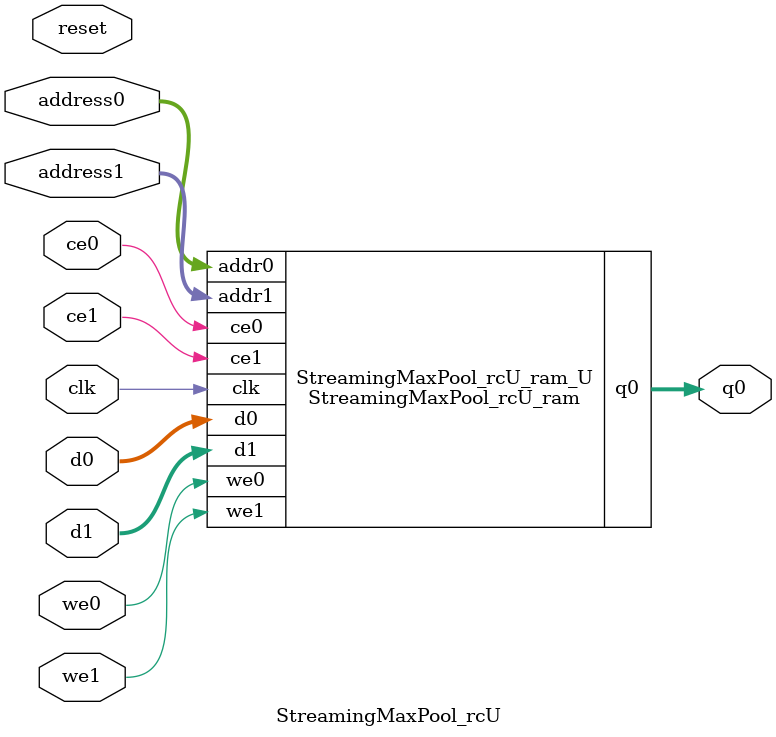
<source format=v>
`timescale 1 ns / 1 ps
module StreamingMaxPool_rcU_ram (addr0, ce0, d0, we0, q0, addr1, ce1, d1, we1,  clk);

parameter DWIDTH = 64;
parameter AWIDTH = 4;
parameter MEM_SIZE = 14;

input[AWIDTH-1:0] addr0;
input ce0;
input[DWIDTH-1:0] d0;
input we0;
output reg[DWIDTH-1:0] q0;
input[AWIDTH-1:0] addr1;
input ce1;
input[DWIDTH-1:0] d1;
input we1;
input clk;

(* ram_style = "block" *)reg [DWIDTH-1:0] ram[0:MEM_SIZE-1];




always @(posedge clk)  
begin 
    if (ce0) begin
        if (we0) 
            ram[addr0] <= d0; 
        q0 <= ram[addr0];
    end
end


always @(posedge clk)  
begin 
    if (ce1) begin
        if (we1) 
            ram[addr1] <= d1; 
    end
end


endmodule

`timescale 1 ns / 1 ps
module StreamingMaxPool_rcU(
    reset,
    clk,
    address0,
    ce0,
    we0,
    d0,
    q0,
    address1,
    ce1,
    we1,
    d1);

parameter DataWidth = 32'd64;
parameter AddressRange = 32'd14;
parameter AddressWidth = 32'd4;
input reset;
input clk;
input[AddressWidth - 1:0] address0;
input ce0;
input we0;
input[DataWidth - 1:0] d0;
output[DataWidth - 1:0] q0;
input[AddressWidth - 1:0] address1;
input ce1;
input we1;
input[DataWidth - 1:0] d1;



StreamingMaxPool_rcU_ram StreamingMaxPool_rcU_ram_U(
    .clk( clk ),
    .addr0( address0 ),
    .ce0( ce0 ),
    .we0( we0 ),
    .d0( d0 ),
    .q0( q0 ),
    .addr1( address1 ),
    .ce1( ce1 ),
    .we1( we1 ),
    .d1( d1 ));

endmodule


</source>
